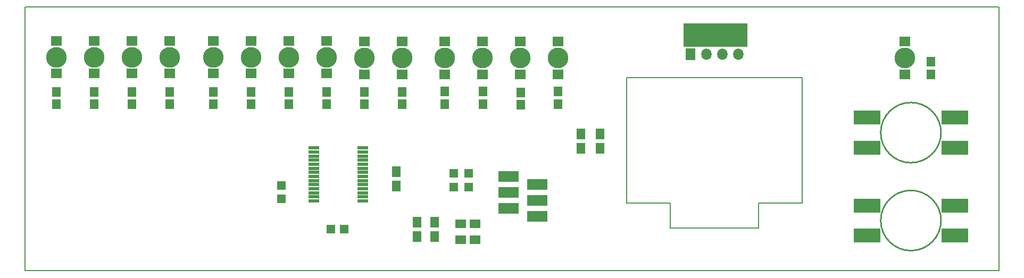
<source format=gbs>
%FSLAX25Y25*%
%MOIN*%
G70*
G01*
G75*
G04 Layer_Color=16711935*
%ADD10C,0.01000*%
%ADD11C,0.04000*%
%ADD12C,0.02000*%
%ADD13C,0.00787*%
%ADD14C,0.12992*%
%ADD15O,0.05600X0.06400*%
%ADD16R,0.05600X0.06400*%
%ADD17C,0.04000*%
%ADD18C,0.05600*%
%ADD19C,0.05000*%
%ADD20R,0.06299X0.05512*%
%ADD21R,0.06000X0.05000*%
%ADD22R,0.05000X0.05000*%
%ADD23R,0.05000X0.05000*%
%ADD24R,0.11811X0.05906*%
%ADD25R,0.15748X0.07874*%
%ADD26R,0.05906X0.01181*%
%ADD27R,0.05000X0.06000*%
%ADD28R,0.04921X0.05118*%
%ADD29C,0.06000*%
%ADD30C,0.01200*%
%ADD31C,0.01600*%
%ADD32O,0.06400X0.07200*%
%ADD33R,0.06400X0.07200*%
%ADD34R,0.40000X0.14500*%
%ADD35R,0.07099X0.06312*%
%ADD36R,0.06800X0.05800*%
%ADD37R,0.05800X0.05800*%
%ADD38R,0.05800X0.05800*%
%ADD39R,0.12611X0.06706*%
%ADD40R,0.16548X0.08674*%
%ADD41R,0.06706X0.01981*%
%ADD42R,0.05800X0.06800*%
%ADD43R,0.05721X0.05918*%
D10*
X574016Y31496D02*
G03*
X574016Y31496I-18898J0D01*
G01*
Y86614D02*
G03*
X574016Y86614I-18898J0D01*
G01*
D13*
X404449Y26654D02*
X459567D01*
Y42402D01*
X463504D01*
X487126D01*
Y121142D01*
X376890D02*
X487126D01*
X376890Y42402D02*
Y121142D01*
Y42402D02*
X404449D01*
Y26654D02*
Y42402D01*
X0Y0D02*
Y165354D01*
X610236D01*
Y0D02*
Y165354D01*
X0Y0D02*
X610236D01*
D14*
X188976Y133858D02*
D03*
X165354D02*
D03*
X141732D02*
D03*
X118110D02*
D03*
X90551D02*
D03*
X66929D02*
D03*
X43307D02*
D03*
X19685D02*
D03*
X212598Y133465D02*
D03*
X236221D02*
D03*
X262992Y133465D02*
D03*
X286614D02*
D03*
X310236D02*
D03*
X333858D02*
D03*
X551181Y133465D02*
D03*
D32*
X447008Y135827D02*
D03*
X437008D02*
D03*
X427008D02*
D03*
D33*
X417008D02*
D03*
D34*
X432500Y147750D02*
D03*
D35*
X188976Y123622D02*
D03*
Y144095D02*
D03*
X165354Y123622D02*
D03*
Y144095D02*
D03*
X141732Y123622D02*
D03*
Y144095D02*
D03*
X118110Y123622D02*
D03*
Y144095D02*
D03*
X90551Y123622D02*
D03*
Y144095D02*
D03*
X66929Y123622D02*
D03*
Y144095D02*
D03*
X43307Y123622D02*
D03*
Y144095D02*
D03*
X19685Y123622D02*
D03*
Y144095D02*
D03*
X212598Y123228D02*
D03*
Y143701D02*
D03*
X236221Y123228D02*
D03*
Y143701D02*
D03*
X262992Y123228D02*
D03*
Y143701D02*
D03*
X286614Y123228D02*
D03*
Y143701D02*
D03*
X310236Y123228D02*
D03*
Y143701D02*
D03*
X333858Y123228D02*
D03*
Y143701D02*
D03*
X551181Y123228D02*
D03*
Y143701D02*
D03*
D36*
X282000Y19500D02*
D03*
X273000D02*
D03*
X282000Y29500D02*
D03*
X273000D02*
D03*
D37*
X160500Y45000D02*
D03*
Y53500D02*
D03*
X278000Y52500D02*
D03*
Y61000D02*
D03*
X268500Y52500D02*
D03*
Y61000D02*
D03*
D38*
X191500Y26000D02*
D03*
X200000D02*
D03*
D39*
X303150Y59213D02*
D03*
X320866Y54213D02*
D03*
X303150Y49213D02*
D03*
X320866Y44213D02*
D03*
X303150Y39213D02*
D03*
X320866Y34213D02*
D03*
D40*
X527559Y22047D02*
D03*
Y40945D02*
D03*
X582677D02*
D03*
Y22047D02*
D03*
X527559Y77165D02*
D03*
Y96063D02*
D03*
X582677D02*
D03*
Y77165D02*
D03*
D41*
X211709Y77000D02*
D03*
Y74441D02*
D03*
Y71882D02*
D03*
Y69323D02*
D03*
Y66764D02*
D03*
Y64205D02*
D03*
Y61646D02*
D03*
Y59087D02*
D03*
Y56528D02*
D03*
Y53969D02*
D03*
Y51409D02*
D03*
Y48850D02*
D03*
Y46291D02*
D03*
Y43732D02*
D03*
X181000D02*
D03*
Y46291D02*
D03*
Y48850D02*
D03*
Y51409D02*
D03*
Y53969D02*
D03*
Y56528D02*
D03*
Y59087D02*
D03*
Y61646D02*
D03*
Y64205D02*
D03*
Y66764D02*
D03*
Y69323D02*
D03*
Y71882D02*
D03*
Y74441D02*
D03*
Y77000D02*
D03*
D42*
X256500Y30500D02*
D03*
Y21500D02*
D03*
X245500Y30500D02*
D03*
Y21500D02*
D03*
X348425Y76772D02*
D03*
Y85772D02*
D03*
X360236Y76772D02*
D03*
Y85772D02*
D03*
X232500Y53000D02*
D03*
Y62000D02*
D03*
D43*
X188976Y104331D02*
D03*
Y112205D02*
D03*
X165354Y104331D02*
D03*
Y112205D02*
D03*
X141732Y104331D02*
D03*
Y112205D02*
D03*
X118110Y104331D02*
D03*
Y112205D02*
D03*
X90551Y104331D02*
D03*
Y112205D02*
D03*
X66929Y104331D02*
D03*
Y112205D02*
D03*
X43307Y104331D02*
D03*
Y112205D02*
D03*
X19685Y104331D02*
D03*
Y112205D02*
D03*
X212598Y104331D02*
D03*
Y112205D02*
D03*
X236221Y104331D02*
D03*
Y112205D02*
D03*
X263000Y104500D02*
D03*
Y112374D02*
D03*
X287000Y104500D02*
D03*
Y112374D02*
D03*
X310500Y104000D02*
D03*
Y111874D02*
D03*
X334000Y104500D02*
D03*
Y112374D02*
D03*
X567500Y131000D02*
D03*
Y123126D02*
D03*
M02*

</source>
